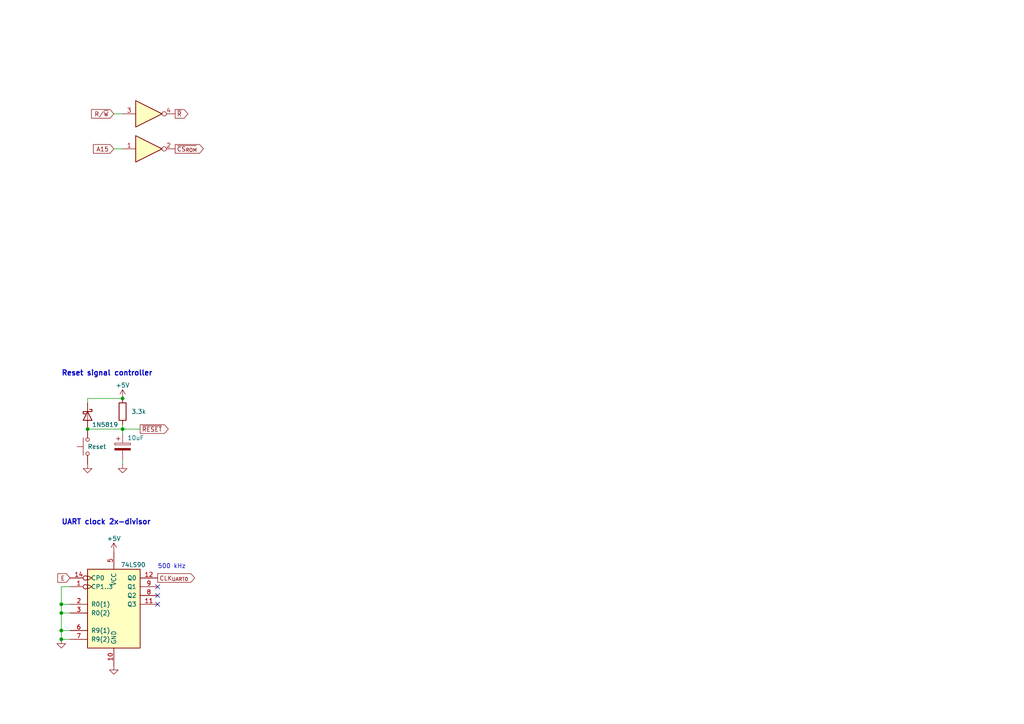
<source format=kicad_sch>
(kicad_sch (version 20230121) (generator eeschema)
  (paper "A4")
  (lib_symbols
    (symbol "74xx:74LS04"
      (property "Reference" "U" (at 0 1.27 0))
      (property "Value" "74LS04" (at 0 -1.27 0))
      (symbol "74LS04_1_0"
        (polyline (pts (xy -3.81 3.81) (xy -3.81 -3.81) (xy 3.81 0) (xy -3.81 3.81)) (stroke (width 0.254)) (fill (type background)))
        (pin input line (at -7.62 0 0) (length 3.81) (name "~") (number "1"))
        (pin output inverted (at 7.62 0 180) (length 3.81) (name "~") (number "2"))
      )
      (symbol "74LS04_2_0"
        (polyline (pts (xy -3.81 3.81) (xy -3.81 -3.81) (xy 3.81 0) (xy -3.81 3.81)) (stroke (width 0.254)) (fill (type background)))
        (pin input line (at -7.62 0 0) (length 3.81) (name "~") (number "3"))
        (pin output inverted (at 7.62 0 180) (length 3.81) (name "~") (number "4"))
      )
      (symbol "74LS04_3_0"
        (polyline (pts (xy -3.81 3.81) (xy -3.81 -3.81) (xy 3.81 0) (xy -3.81 3.81)) (stroke (width 0.254)) (fill (type background)))
        (pin input line (at -7.62 0 0) (length 3.81) (name "~") (number "5"))
        (pin output inverted (at 7.62 0 180) (length 3.81) (name "~") (number "6"))
      )
      (symbol "74LS04_4_0"
        (polyline (pts (xy -3.81 3.81) (xy -3.81 -3.81) (xy 3.81 0) (xy -3.81 3.81)) (stroke (width 0.254)) (fill (type background)))
        (pin output inverted (at 7.62 0 180) (length 3.81) (name "~") (number "8"))
        (pin input line (at -7.62 0 0) (length 3.81) (name "~") (number "9"))
      )
      (symbol "74LS04_5_0"
        (polyline (pts (xy -3.81 3.81) (xy -3.81 -3.81) (xy 3.81 0) (xy -3.81 3.81)) (stroke (width 0.254)) (fill (type background)))
        (pin output inverted (at 7.62 0 180) (length 3.81) (name "~") (number "10"))
        (pin input line (at -7.62 0 0) (length 3.81) (name "~") (number "11"))
      )
      (symbol "74LS04_6_0"
        (polyline (pts (xy -3.81 3.81) (xy -3.81 -3.81) (xy 3.81 0) (xy -3.81 3.81)) (stroke (width 0.254)) (fill (type background)))
        (pin output inverted (at 7.62 0 180) (length 3.81) (name "~") (number "12"))
        (pin input line (at -7.62 0 0) (length 3.81) (name "~") (number "13"))
      )
      (symbol "74LS04_7_0"
        (pin power_in line (at 0 12.7 270) (length 5.08) (name "VCC") (number "14"))
        (pin power_in line (at 0 -12.7 90) (length 5.08) (name "GND") (number "7"))
      )
      (symbol "74LS04_7_1"
        (rectangle (start -5.08 7.62) (end 5.08 -7.62) (stroke (width 0.254)) (fill (type background)))
      )
    )
    (symbol "74xx:74LS90" (pin_names (offset 1.016))
      (property "Reference" "U" (at -7.62 11.43 0))
      (property "Value" "74LS90" (at -7.62 -13.97 0))
      (symbol "74LS90_1_0"
        (pin input inverted_clock (at -12.7 5.08 0) (length 5.08) (name "CP1..3") (number "1"))
        (pin power_in line (at 0 -17.78 90) (length 5.08) (name "GND") (number "10"))
        (pin output line (at 12.7 0 180) (length 5.08) (name "Q3") (number "11"))
        (pin output line (at 12.7 7.62 180) (length 5.08) (name "Q0") (number "12"))
        (pin input inverted_clock (at -12.7 7.62 0) (length 5.08) (name "CP0") (number "14"))
        (pin input line (at -12.7 0 0) (length 5.08) (name "R0(1)") (number "2"))
        (pin input line (at -12.7 -2.54 0) (length 5.08) (name "R0(2)") (number "3"))
        (pin power_in line (at 0 15.24 270) (length 5.08) (name "VCC") (number "5"))
        (pin input line (at -12.7 -7.62 0) (length 5.08) (name "R9(1)") (number "6"))
        (pin input line (at -12.7 -10.16 0) (length 5.08) (name "R9(2)") (number "7"))
        (pin output line (at 12.7 2.54 180) (length 5.08) (name "Q2") (number "8"))
        (pin output line (at 12.7 5.08 180) (length 5.08) (name "Q1") (number "9"))
      )
      (symbol "74LS90_1_1"
        (rectangle (start -7.62 10.16) (end 7.62 -12.7) (stroke (width 0.254)) (fill (type background)))
      )
    )
    (symbol "Device:C_Polarized" (pin_numbers hide) (pin_names (offset 0.254))
      (property "Reference" "C" (at 0.635 2.54 0))
      (property "Value" "C_Polarized" (at 0.635 -2.54 0))
      (symbol "C_Polarized_0_1"
        (rectangle (start -2.286 0.508) (end 2.286 1.016))
        (polyline (pts (xy -1.778 2.286) (xy -0.762 2.286)))
        (polyline (pts (xy -1.27 2.794) (xy -1.27 1.778)))
        (rectangle (start 2.286 -0.508) (end -2.286 -1.016) (fill (type outline)))
      )
      (symbol "C_Polarized_1_1"
        (pin passive line (at 0 3.81 270) (length 2.794) (name "~") (number "1"))
        (pin passive line (at 0 -3.81 90) (length 2.794) (name "~") (number "2"))
      )
    )
    (symbol "Device:R" (pin_numbers hide) (pin_names (offset 0))
      (property "Reference" "R" (at 2.032 0 90))
      (property "Value" "R" (at 0 0 90))
      (symbol "R_0_1"
        (rectangle (start -1.016 -2.54) (end 1.016 2.54) (stroke (width 0.254)))
      )
      (symbol "R_1_1"
        (pin passive line (at 0 3.81 270) (length 1.27) (name "~") (number "1"))
        (pin passive line (at 0 -3.81 90) (length 1.27) (name "~") (number "2"))
      )
    )
    (symbol "Diode:1N5819" (pin_numbers hide) (pin_names (offset 1.016) hide)
      (property "Reference" "D" (at 0 2.54 0))
      (property "Value" "1N5819" (at 0 -2.54 0))
      (symbol "1N5819_0_1"
        (polyline (pts (xy 1.27 0) (xy -1.27 0)))
        (polyline (pts (xy 1.27 1.27) (xy 1.27 -1.27) (xy -1.27 0) (xy 1.27 1.27)) (stroke (width 0.254)))
        (polyline (pts (xy -1.905 0.635) (xy -1.905 1.27) (xy -1.27 1.27) (xy -1.27 -1.27) (xy -0.635 -1.27) (xy -0.635 -0.635)) (stroke (width 0.254)))
      )
      (symbol "1N5819_1_1"
        (pin passive line (at -3.81 0 0) (length 2.54) (name "K") (number "1"))
        (pin passive line (at 3.81 0 180) (length 2.54) (name "A") (number "2"))
      )
    )
    (symbol "Switch:SW_Push" (pin_numbers hide) (pin_names (offset 1.016) hide)
      (property "Reference" "SW" (at 1.27 2.54 0))
      (property "Value" "SW_Push" (at 0 -1.524 0))
      (symbol "SW_Push_0_1"
        (circle (center -2.032 0) (radius 0.508))
        (polyline (pts (xy 0 1.27) (xy 0 3.048)))
        (polyline (pts (xy 2.54 1.27) (xy -2.54 1.27)))
        (circle (center 2.032 0) (radius 0.508))
        (pin passive line (at -5.08 0 0) (length 2.54) (name "1") (number "1"))
        (pin passive line (at 5.08 0 180) (length 2.54) (name "2") (number "2"))
      )
    )
    (symbol "power:+5V" (power) (pin_names (offset 0))
      (property "Value" "+5V" (at 0 3.556 0))
      (symbol "+5V_0_1"
        (polyline (pts (xy -0.762 1.27) (xy 0 2.54)))
        (polyline (pts (xy 0 0) (xy 0 2.54)))
        (polyline (pts (xy 0 2.54) (xy 0.762 1.27)))
      )
      (symbol "+5V_1_1"
        (pin power_in line (at 0 0 90) (length 0) hide (name "+5V") (number "1"))
      )
    )
    (symbol "power:GND" (power) (pin_names (offset 0))
      (property "Value" "GND" (at 0 -3.81 0))
      (symbol "GND_0_1"
        (polyline (pts (xy 0 0) (xy 0 -1.27) (xy 1.27 -1.27) (xy 0 -2.54) (xy -1.27 -1.27) (xy 0 -1.27)))
      )
      (symbol "GND_1_1"
        (pin power_in line (at 0 0 270) (length 0) hide (name "GND") (number "1"))
      )
    )
  )
  (junction (at 25.4 124.46))
  (junction (at 17.78 175.26))
  (junction (at 35.56 115.57))
  (junction (at 17.78 177.8))
  (junction (at 17.78 182.88))
  (junction (at 35.56 124.46))
  (junction (at 17.78 185.42))
  (no_connect (at 45.72 170.18))
  (no_connect (at 45.72 172.72))
  (no_connect (at 45.72 175.26))
  (wire (pts (xy 20.32 182.88) (xy 17.78 182.88)))
  (wire (pts (xy 17.78 175.26) (xy 17.78 177.8)))
  (wire (pts (xy 17.78 170.18) (xy 17.78 175.26)))
  (wire (pts (xy 20.32 170.18) (xy 17.78 170.18)))
  (wire (pts (xy 25.4 124.46) (xy 35.56 124.46)))
  (wire (pts (xy 17.78 177.8) (xy 20.32 177.8)))
  (wire (pts (xy 35.56 124.46) (xy 40.64 124.46)))
  (wire (pts (xy 17.78 177.8) (xy 17.78 182.88)))
  (wire (pts (xy 35.56 134.62) (xy 35.56 133.35)))
  (wire (pts (xy 35.56 124.46) (xy 35.56 125.73)))
  (wire (pts (xy 33.02 33.02) (xy 35.56 33.02)))
  (wire (pts (xy 35.56 123.19) (xy 35.56 124.46)))
  (wire (pts (xy 17.78 185.42) (xy 20.32 185.42)))
  (wire (pts (xy 25.4 115.57) (xy 35.56 115.57)))
  (wire (pts (xy 25.4 116.84) (xy 25.4 115.57)))
  (wire (pts (xy 33.02 43.18) (xy 35.56 43.18)))
  (wire (pts (xy 17.78 182.88) (xy 17.78 185.42)))
  (wire (pts (xy 20.32 175.26) (xy 17.78 175.26)))
  (text "500 kHz" (at 45.72 165.1 0) (effects (font (size 1.27 1.27)) (justify left bottom)))
  (text "UART clock 2x-divisor" (at 17.78 152.4 0) (effects (font (size 1.5 1.5) (thickness 0.3) bold) (justify left bottom)))
  (text "Reset signal controller" (at 17.78 109.22 0) (effects (font (size 1.5 1.5) bold) (justify left bottom)))
  (global_label "R{slash}~{W}" (shape input) (at 33.02 33.02 180) (property "Intersheetrefs" "${INTERSHEET_REFS}" (effects hide)))
  (global_label "~{R}" (shape output) (at 50.8 33.02 0) (property "Intersheetrefs" "${INTERSHEET_REFS}" (effects hide)))
  (global_label "A15" (shape input) (at 33.02 43.18 180) (property "Intersheetrefs" "${INTERSHEET_REFS}" (effects hide)))
  (global_label "~{RESET}" (shape output) (at 40.64 124.46 0) (property "Intersheetrefs" "${INTERSHEET_REFS}" (effects hide)))
  (global_label "E" (shape input) (at 20.32 167.64 180) (property "Intersheetrefs" "${INTERSHEET_REFS}" (effects hide)))
  (global_label "CLK_{UART0}" (shape output) (at 45.72 167.64 0) (property "Intersheetrefs" "${INTERSHEET_REFS}" (effects hide)))
  (global_label "~{CS_{ROM}}" (shape output) (at 50.8 43.18 0) (property "Intersheetrefs" "${INTERSHEET_REFS}" (effects hide)))
  (symbol (lib_id "74xx:74LS90") (at 33.02 175.26 0) (unit 1)
    (property "Reference" "U15" (effects hide))
    (property "Value" "74LS90" (at 34.9759 163.83 0) (effects (justify left)))
    (property "Footprint" "Package_DIP:DIP-14_W7.62mm_Socket" (effects hide))
    (property "Datasheet" "http://www.ti.com/lit/gpn/sn74LS90" (effects hide))
  )
  (symbol (lib_id "Diode:1N5819") (at 25.4 120.65 270) (unit 1)
    (property "Reference" "D1" (effects hide))
    (property "Value" "1N5819" (at 26.67 123.19 90) (effects (justify left)))
    (property "Footprint" "Diode_THT:D_DO-41_SOD81_P10.16mm_Horizontal" (effects hide))
    (property "Datasheet" "http://www.vishay.com/docs/88525/1n5817.pdf" (effects hide))
  )
  (symbol (lib_id "power:GND") (at 35.56 134.62 0) (unit 1)
    (property "Reference" "#PWR07" (effects hide))
    (property "Value" "GND" (effects hide))
    (instances (project "6802 v1" (path "" (reference "#PWR07") (unit 1)) (path "" (reference "#PWR07") (unit 1)) (path "" (reference "#PWR041") (unit 1))))
  )
  (symbol (lib_id "power:+5V") (at 33.02 160.02 0) (unit 1)
    (property "Reference" "#PWR042" (effects hide))
    (property "Value" "+5V" (at 33.02 156.21 0))
  )
  (symbol (lib_id "Device:R") (at 35.56 119.38 180) (unit 1)
    (property "Reference" "R1" (effects hide))
    (property "Value" "3.3k" (at 38.1 119.38 0) (effects (justify right)))
    (property "Footprint" "Resistor_THT:R_Axial_DIN0207_L6.3mm_D2.5mm_P10.16mm_Horizontal" (effects hide))
    (instances (project "6802 v1" (path "" (reference "R1") (unit 1)) (path "" (reference "R1") (unit 1)) (path "" (reference "R4") (unit 1))))
  )
  (symbol (lib_id "power:GND") (at 25.4 134.62 0) (unit 1)
    (property "Reference" "#PWR06" (effects hide))
    (property "Value" "GND" (effects hide))
    (instances (project "6802 v1" (path "" (reference "#PWR06") (unit 1)) (path "" (reference "#PWR06") (unit 1)) (path "" (reference "#PWR040") (unit 1))))
  )
  (symbol (lib_id "Switch:SW_Push") (at 25.4 129.54 90) (unit 1)
    (property "Reference" "SW1" (effects hide))
    (property "Value" "Reset" (at 25.4 129.54 90) (effects (justify right)))
    (property "Footprint" "Button_Switch_THT:SW_PUSH_6mm" (effects hide))
  )
  (symbol (lib_id "power:+5V") (at 35.56 115.57 0) (unit 1)
    (property "Reference" "#PWR05" (effects hide))
    (property "Value" "+5V" (at 35.56 111.76 0))
    (instances (project "6802 v1" (path "" (reference "#PWR05") (unit 1)) (path "" (reference "#PWR05") (unit 1)) (path "" (reference "#PWR039") (unit 1))))
  )
  (symbol (lib_id "power:GND") (at 17.78 185.42 0) (unit 1)
    (property "Reference" "#PWR043" (effects hide))
    (property "Value" "GND" (effects hide))
  )
  (symbol (lib_id "74xx:74LS04") (at 43.18 33.02 0) (unit 2)
    (property "Reference" "U4" (effects hide))
    (property "Value" "74LS04" (effects hide))
    (property "Footprint" "Package_DIP:DIP-14_W7.62mm_Socket" (effects hide))
    (property "Datasheet" "http://www.ti.com/lit/gpn/sn74LS04" (effects hide))
    (instances (project "6802 v1" (path "" (reference "U4") (unit 2)) (path "" (reference "U4") (unit 2)) (path "" (reference "U14") (unit 2))))
  )
  (symbol (lib_id "Device:C_Polarized") (at 35.56 129.54 0) (unit 1)
    (property "Reference" "C1" (effects hide))
    (property "Value" "10uF" (at 39.37 127 0))
    (property "Footprint" "Capacitor_THT:CP_Radial_D5.0mm_P2.00mm" (effects hide))
    (instances (project "6802 v1" (path "" (reference "C1") (unit 1)) (path "" (reference "C1") (unit 1)) (path "" (reference "C3") (unit 1))))
  )
  (symbol (lib_id "power:GND") (at 33.02 193.04 0) (unit 1)
    (property "Reference" "#PWR044" (effects hide))
    (property "Value" "GND" (effects hide))
  )
  (symbol (lib_id "74xx:74LS04") (at 43.18 43.18 0) (unit 1)
    (property "Reference" "U4" (effects hide))
    (property "Value" "74LS04" (effects hide))
    (property "Footprint" "Package_DIP:DIP-14_W7.62mm_Socket" (effects hide))
    (property "Datasheet" "http://www.ti.com/lit/gpn/sn74LS04" (effects hide))
    (instances (project "6802 v1" (path "" (reference "U4") (unit 1)) (path "" (reference "U14") (unit 1))))
  )
)
</source>
